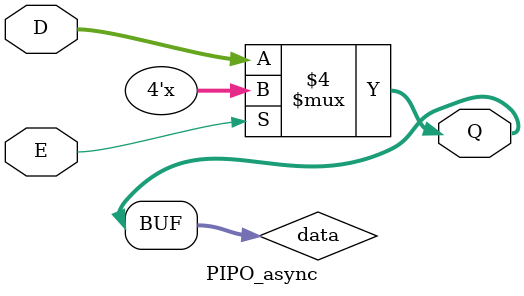
<source format=v>

`timescale 1ns / 1ps

module PIPO_async(
    input [3:0] D,
    input E, // active-low enable
    output [3:0] Q
    );
	reg [3:0]data;
	assign Q = data;
	always@(D or E) begin
		if(~E)
			data = D;
	end

endmodule

</source>
